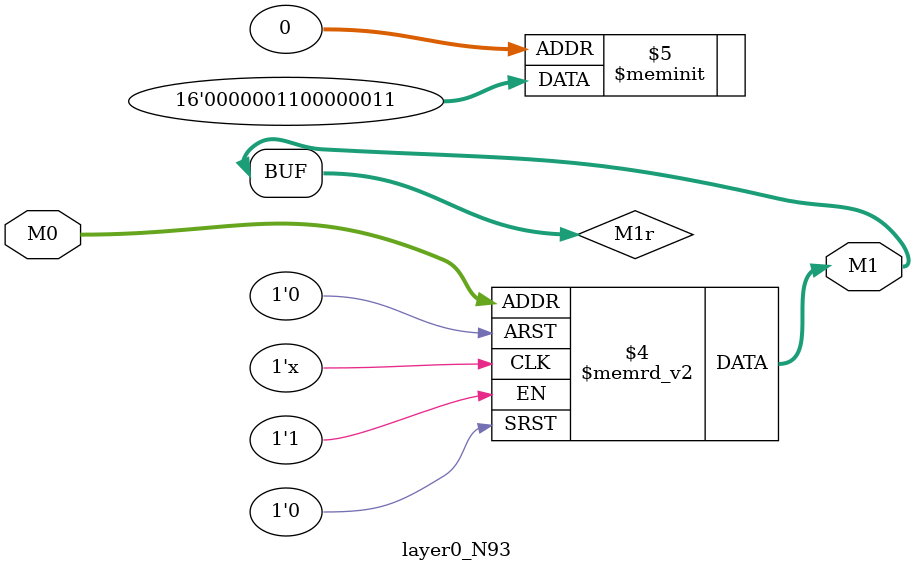
<source format=v>
module layer0_N93 ( input [2:0] M0, output [1:0] M1 );

	(*rom_style = "distributed" *) reg [1:0] M1r;
	assign M1 = M1r;
	always @ (M0) begin
		case (M0)
			3'b000: M1r = 2'b11;
			3'b100: M1r = 2'b11;
			3'b010: M1r = 2'b00;
			3'b110: M1r = 2'b00;
			3'b001: M1r = 2'b00;
			3'b101: M1r = 2'b00;
			3'b011: M1r = 2'b00;
			3'b111: M1r = 2'b00;

		endcase
	end
endmodule

</source>
